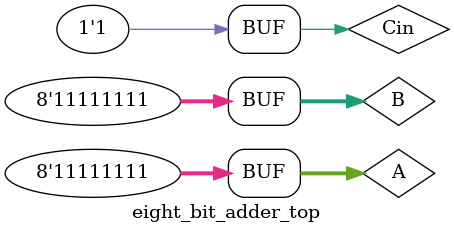
<source format=v>
module eight_bit_adder_top;

   reg [7:0] A;
   reg [7:0] B;
   reg Cin;

   wire [7:0] Sum;
   wire Carry;

   eight_bit_adder ADDER (.x(A), .y(B), .carry_in(Cin), .sum(Sum), .carry_out(Carry));
    always @ (A or B or Cin or Sum or Carry) 
    begin
        $display("time:%d:|| input A: %d || input B: %d ||cin: %b \n :sum: %d ||, Carry = %b\n",$time,A,B,Cin,Sum,Carry);
    end

   initial
    begin
        #1
      A = 100; B =100; Cin =1;
      #1
      $display("\n");
      A <= 200; B <= 200; Cin <= 0;
      #1
      $display("\n");
      A = 20; B = 200; Cin = 0;
      #1
      $display("\n");
      A = 233; B = 200; Cin = 1;
        
      $display("\n");
      A = 99; B = 123; Cin = 1;
      #1
      $display("\n");
      A = 20; B = 76; Cin = 0;
      #1
      $display("\n");
      A = 34; B = 255; Cin = 0;
      #1
      $display("\n");
      A = 245; B = 34; Cin = 1;
      #1
      $display("\n");
      A = 23; B = 23; Cin = 0;
      #1
      $display("\n");
      A = 255; B = 255; Cin = 1;
      
   end

endmodule

</source>
